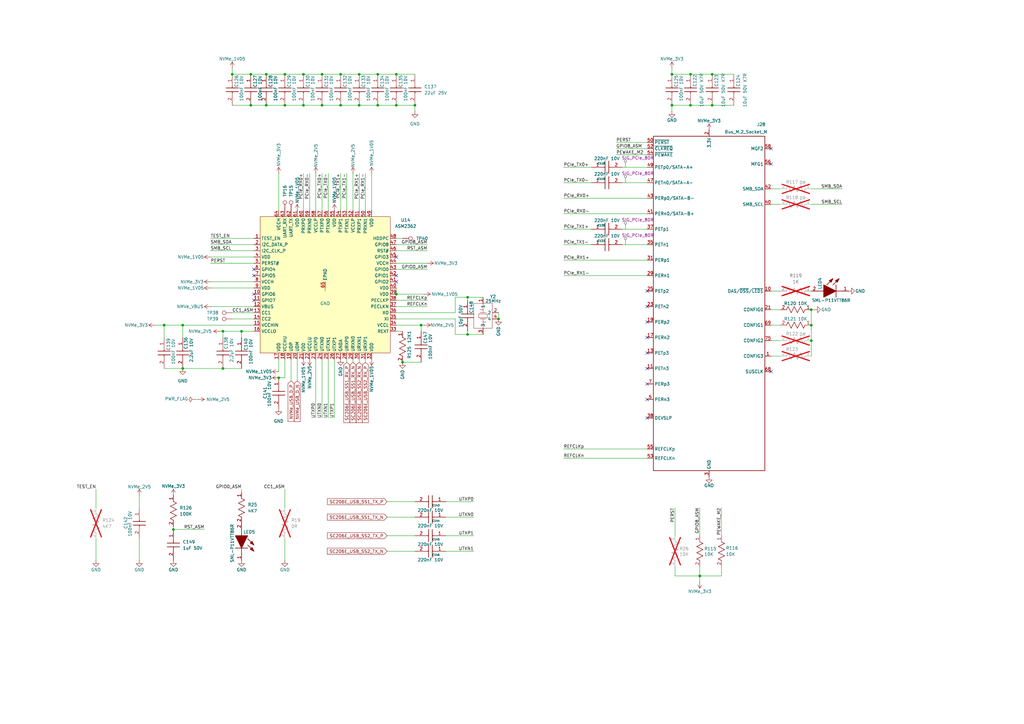
<source format=kicad_sch>
(kicad_sch (version 20250114) (generator "eeschema") (generator_version "9.0")
  (paper "A3")
  (title_block (title "NVMe SSD") (date "2025-10-21") (rev "1.0") (company "Author: Mehmet Cihangir") (comment 1 "CamTracker"))
  (junction (at 162.56 120.65))
  (junction (at 162.56 43.18))
  (junction (at 109.22 43.18))
  (junction (at 283.21 30.48))
  (junction (at 74.93 151.13))
  (junction (at 275.59 43.18))
  (junction (at 109.22 30.48))
  (junction (at 191.77 121.92))
  (junction (at 147.32 30.48))
  (junction (at 67.31 133.35))
  (junction (at 165.1 148.59))
  (junction (at 139.7 30.48))
  (junction (at 114.3 154.94))
  (junction (at 102.87 30.48))
  (junction (at 332.74 133.35))
  (junction (at 124.46 30.48))
  (junction (at 292.1 43.18))
  (junction (at 132.08 43.18))
  (junction (at 132.08 30.48))
  (junction (at 283.21 43.18))
  (junction (at 204.47 130.81))
  (junction (at 74.93 133.35))
  (junction (at 154.94 43.18))
  (junction (at 332.74 139.7))
  (junction (at 95.25 30.48))
  (junction (at 91.44 135.89))
  (junction (at 147.32 43.18))
  (junction (at 332.74 127))
  (junction (at 154.94 30.48))
  (junction (at 102.87 43.18))
  (junction (at 116.84 43.18))
  (junction (at 139.7 43.18))
  (junction (at 71.12 217.17))
  (junction (at 124.46 43.18))
  (junction (at 191.77 137.16))
  (junction (at 170.18 43.18))
  (junction (at 99.06 135.89))
  (junction (at 292.1 30.48))
  (junction (at 287.02 236.22))
  (junction (at 275.59 30.48))
  (junction (at 162.56 30.48))
  (junction (at 172.72 133.35))
  (junction (at 116.84 30.48))
  (junction (at 91.44 151.13))
  (no_connect (at 162.56 115.57))
  (no_connect (at 104.14 113.03))
  (no_connect (at 316.23 152.4))
  (no_connect (at 162.56 105.41))
  (no_connect (at 265.43 171.45))
  (no_connect (at 265.43 151.13))
  (no_connect (at 316.23 67.31))
  (no_connect (at 104.14 120.65))
  (no_connect (at 265.43 138.43))
  (no_connect (at 265.43 125.73))
  (no_connect (at 162.56 113.03))
  (no_connect (at 265.43 163.83))
  (no_connect (at 104.14 123.19))
  (no_connect (at 265.43 144.78))
  (no_connect (at 104.14 110.49))
  (no_connect (at 265.43 132.08))
  (no_connect (at 265.43 119.38))
  (no_connect (at 316.23 60.96))
  (no_connect (at 265.43 157.48))
  (wire (pts (xy 86.36 102.87) (xy 104.14 102.87)))
  (wire (pts (xy 132.08 43.18) (xy 139.7 43.18)))
  (wire (pts (xy 114.3 152.4) (xy 114.3 147.32)))
  (wire (pts (xy 67.31 138.43) (xy 67.31 133.35)))
  (wire (pts (xy 132.08 30.48) (xy 139.7 30.48)))
  (wire (pts (xy 121.92 147.32) (xy 121.92 156.21)))
  (wire (pts (xy 137.16 147.32) (xy 137.16 171.45)))
  (wire (pts (xy 172.72 133.35) (xy 172.72 135.89)))
  (wire (pts (xy 147.32 30.48) (xy 154.94 30.48)))
  (wire (pts (xy 147.32 43.18) (xy 154.94 43.18)))
  (wire (pts (xy 147.32 71.12) (xy 147.32 86.36)))
  (wire (pts (xy 198.12 137.16) (xy 191.77 137.16)))
  (wire (pts (xy 283.21 43.18) (xy 292.1 43.18)))
  (wire (pts (xy 231.14 74.93) (xy 242.57 74.93)))
  (wire (pts (xy 95.25 43.18) (xy 102.87 43.18)))
  (wire (pts (xy 152.4 71.12) (xy 152.4 86.36)))
  (wire (pts (xy 158.75 219.71) (xy 170.18 219.71)))
  (wire (pts (xy 139.7 30.48) (xy 147.32 30.48)))
  (wire (pts (xy 162.56 30.48) (xy 170.18 30.48)))
  (wire (pts (xy 86.36 125.73) (xy 104.14 125.73)))
  (wire (pts (xy 71.12 215.9) (xy 71.12 217.17)))
  (wire (pts (xy 63.5 133.35) (xy 67.31 133.35)))
  (wire (pts (xy 142.24 148.59) (xy 142.24 147.32)))
  (wire (pts (xy 194.31 205.74) (xy 182.88 205.74)))
  (wire (pts (xy 86.36 100.33) (xy 104.14 100.33)))
  (wire (pts (xy 231.14 68.58) (xy 242.57 68.58)))
  (wire (pts (xy 162.56 125.73) (xy 175.26 125.73)))
  (wire (pts (xy 154.94 43.18) (xy 162.56 43.18)))
  (wire (pts (xy 204.47 128.27) (xy 204.47 130.81)))
  (wire (pts (xy 191.77 135.89) (xy 191.77 137.16)))
  (wire (pts (xy 186.69 128.27) (xy 186.69 121.92)))
  (wire (pts (xy 276.86 232.41) (xy 276.86 236.22)))
  (wire (pts (xy 99.06 200.66) (xy 99.06 201.93)))
  (wire (pts (xy 124.46 30.48) (xy 132.08 30.48)))
  (wire (pts (xy 191.77 121.92) (xy 191.77 123.19)))
  (wire (pts (xy 132.08 147.32) (xy 132.08 171.45)))
  (wire (pts (xy 276.86 236.22) (xy 287.02 236.22)))
  (wire (pts (xy 102.87 30.48) (xy 109.22 30.48)))
  (wire (pts (xy 170.18 43.18) (xy 162.56 43.18)))
  (wire (pts (xy 91.44 151.13) (xy 99.06 151.13)))
  (wire (pts (xy 252.73 58.42) (xy 265.43 58.42)))
  (wire (pts (xy 276.86 208.28) (xy 276.86 219.71)))
  (wire (pts (xy 116.84 200.66) (xy 116.84 208.28)))
  (wire (pts (xy 283.21 30.48) (xy 292.1 30.48)))
  (wire (pts (xy 86.36 107.95) (xy 104.14 107.95)))
  (wire (pts (xy 91.44 135.89) (xy 91.44 138.43)))
  (wire (pts (xy 162.56 133.35) (xy 172.72 133.35)))
  (wire (pts (xy 67.31 133.35) (xy 74.93 133.35)))
  (wire (pts (xy 74.93 151.13) (xy 91.44 151.13)))
  (wire (pts (xy 191.77 137.16) (xy 186.69 137.16)))
  (wire (pts (xy 116.84 154.94) (xy 116.84 147.32)))
  (wire (pts (xy 134.62 147.32) (xy 134.62 171.45)))
  (wire (pts (xy 90.17 135.89) (xy 91.44 135.89)))
  (wire (pts (xy 109.22 43.18) (xy 116.84 43.18)))
  (wire (pts (xy 95.25 128.27) (xy 104.14 128.27)))
  (wire (pts (xy 149.86 71.12) (xy 149.86 86.36)))
  (wire (pts (xy 139.7 71.12) (xy 139.7 86.36)))
  (wire (pts (xy 149.86 148.59) (xy 149.86 147.32)))
  (wire (pts (xy 231.14 106.68) (xy 265.43 106.68)))
  (wire (pts (xy 99.06 135.89) (xy 104.14 135.89)))
  (wire (pts (xy 316.23 133.35) (xy 320.04 133.35)))
  (wire (pts (xy 95.25 30.48) (xy 102.87 30.48)))
  (wire (pts (xy 74.93 133.35) (xy 74.93 138.43)))
  (wire (pts (xy 316.23 127) (xy 320.04 127)))
  (wire (pts (xy 316.23 77.47) (xy 320.04 77.47)))
  (wire (pts (xy 292.1 30.48) (xy 300.99 30.48)))
  (wire (pts (xy 316.23 139.7) (xy 320.04 139.7)))
  (wire (pts (xy 186.69 137.16) (xy 186.69 130.81)))
  (wire (pts (xy 57.15 203.2) (xy 57.15 208.28)))
  (wire (pts (xy 119.38 147.32) (xy 119.38 156.21)))
  (wire (pts (xy 295.91 236.22) (xy 287.02 236.22)))
  (wire (pts (xy 86.36 115.57) (xy 104.14 115.57)))
  (wire (pts (xy 86.36 97.79) (xy 104.14 97.79)))
  (wire (pts (xy 109.22 30.48) (xy 116.84 30.48)))
  (wire (pts (xy 158.75 226.06) (xy 170.18 226.06)))
  (wire (pts (xy 116.84 229.87) (xy 116.84 220.98)))
  (wire (pts (xy 287.02 238.76) (xy 287.02 236.22)))
  (wire (pts (xy 144.78 148.59) (xy 144.78 147.32)))
  (wire (pts (xy 86.36 118.11) (xy 104.14 118.11)))
  (wire (pts (xy 231.14 184.15) (xy 265.43 184.15)))
  (wire (pts (xy 158.75 212.09) (xy 170.18 212.09)))
  (wire (pts (xy 114.3 154.94) (xy 116.84 154.94)))
  (wire (pts (xy 332.74 83.82) (xy 345.44 83.82)))
  (wire (pts (xy 231.14 100.33) (xy 242.57 100.33)))
  (wire (pts (xy 144.78 71.12) (xy 144.78 86.36)))
  (wire (pts (xy 194.31 226.06) (xy 182.88 226.06)))
  (wire (pts (xy 252.73 60.96) (xy 265.43 60.96)))
  (wire (pts (xy 332.74 127) (xy 334.01 127)))
  (wire (pts (xy 316.23 83.82) (xy 320.04 83.82)))
  (wire (pts (xy 39.37 229.87) (xy 39.37 220.98)))
  (wire (pts (xy 95.25 130.81) (xy 104.14 130.81)))
  (wire (pts (xy 99.06 135.89) (xy 99.06 138.43)))
  (wire (pts (xy 162.56 107.95) (xy 175.26 107.95)))
  (wire (pts (xy 165.1 97.79) (xy 162.56 97.79)))
  (wire (pts (xy 165.1 148.59) (xy 172.72 148.59)))
  (wire (pts (xy 71.12 217.17) (xy 83.82 217.17)))
  (wire (pts (xy 332.74 139.7) (xy 332.74 146.05)))
  (wire (pts (xy 231.14 113.03) (xy 265.43 113.03)))
  (wire (pts (xy 295.91 208.28) (xy 295.91 219.71)))
  (wire (pts (xy 255.27 74.93) (xy 265.43 74.93)))
  (wire (pts (xy 142.24 71.12) (xy 142.24 86.36)))
  (wire (pts (xy 57.15 229.87) (xy 57.15 220.98)))
  (wire (pts (xy 132.08 71.12) (xy 132.08 86.36)))
  (wire (pts (xy 275.59 45.72) (xy 275.59 43.18)))
  (wire (pts (xy 255.27 93.98) (xy 265.43 93.98)))
  (wire (pts (xy 162.56 110.49) (xy 175.26 110.49)))
  (wire (pts (xy 102.87 43.18) (xy 109.22 43.18)))
  (wire (pts (xy 124.46 43.18) (xy 132.08 43.18)))
  (wire (pts (xy 194.31 219.71) (xy 182.88 219.71)))
  (wire (pts (xy 129.54 147.32) (xy 129.54 171.45)))
  (wire (pts (xy 332.74 77.47) (xy 345.44 77.47)))
  (wire (pts (xy 252.73 63.5) (xy 265.43 63.5)))
  (wire (pts (xy 124.46 71.12) (xy 124.46 86.36)))
  (wire (pts (xy 275.59 43.18) (xy 283.21 43.18)))
  (wire (pts (xy 231.14 81.28) (xy 265.43 81.28)))
  (wire (pts (xy 287.02 208.28) (xy 287.02 219.71)))
  (wire (pts (xy 255.27 68.58) (xy 265.43 68.58)))
  (wire (pts (xy 116.84 43.18) (xy 124.46 43.18)))
  (wire (pts (xy 74.93 133.35) (xy 104.14 133.35)))
  (wire (pts (xy 116.84 30.48) (xy 124.46 30.48)))
  (wire (pts (xy 231.14 187.96) (xy 265.43 187.96)))
  (wire (pts (xy 295.91 232.41) (xy 295.91 236.22)))
  (wire (pts (xy 231.14 93.98) (xy 242.57 93.98)))
  (wire (pts (xy 275.59 30.48) (xy 275.59 27.94)))
  (wire (pts (xy 162.56 135.89) (xy 165.1 135.89)))
  (wire (pts (xy 147.32 148.59) (xy 147.32 147.32)))
  (wire (pts (xy 194.31 212.09) (xy 182.88 212.09)))
  (wire (pts (xy 129.54 71.12) (xy 129.54 86.36)))
  (wire (pts (xy 292.1 43.18) (xy 300.99 43.18)))
  (wire (pts (xy 231.14 87.63) (xy 265.43 87.63)))
  (wire (pts (xy 186.69 121.92) (xy 191.77 121.92)))
  (wire (pts (xy 154.94 30.48) (xy 162.56 30.48)))
  (wire (pts (xy 162.56 120.65) (xy 173.99 120.65)))
  (wire (pts (xy 316.23 146.05) (xy 320.04 146.05)))
  (wire (pts (xy 133.35 119.38) (xy 133.35 118.11)))
  (wire (pts (xy 255.27 100.33) (xy 265.43 100.33)))
  (wire (pts (xy 114.3 71.12) (xy 114.3 86.36)))
  (wire (pts (xy 162.56 102.87) (xy 175.26 102.87)))
  (wire (pts (xy 86.36 105.41) (xy 104.14 105.41)))
  (wire (pts (xy 139.7 43.18) (xy 147.32 43.18)))
  (wire (pts (xy 127 71.12) (xy 127 86.36)))
  (wire (pts (xy 332.74 127) (xy 332.74 133.35)))
  (wire (pts (xy 95.25 27.94) (xy 95.25 30.48)))
  (wire (pts (xy 81.28 163.83) (xy 80.01 163.83)))
  (wire (pts (xy 162.56 128.27) (xy 186.69 128.27)))
  (wire (pts (xy 134.62 71.12) (xy 134.62 86.36)))
  (wire (pts (xy 170.18 45.72) (xy 170.18 43.18)))
  (wire (pts (xy 332.74 133.35) (xy 332.74 139.7)))
  (wire (pts (xy 158.75 205.74) (xy 170.18 205.74)))
  (wire (pts (xy 67.31 151.13) (xy 74.93 151.13)))
  (wire (pts (xy 172.72 133.35) (xy 173.99 133.35)))
  (wire (pts (xy 39.37 200.66) (xy 39.37 208.28)))
  (wire (pts (xy 91.44 135.89) (xy 99.06 135.89)))
  (wire (pts (xy 191.77 121.92) (xy 198.12 121.92)))
  (wire (pts (xy 275.59 30.48) (xy 283.21 30.48)))
  (wire (pts (xy 186.69 130.81) (xy 162.56 130.81)))
  (wire (pts (xy 162.56 100.33) (xy 175.26 100.33)))
  (wire (pts (xy 162.56 118.11) (xy 162.56 120.65)))
  (wire (pts (xy 287.02 236.22) (xy 287.02 232.41)))
  (wire (pts (xy 316.23 119.38) (xy 320.04 119.38)))
  (wire (pts (xy 162.56 123.19) (xy 175.26 123.19)))
  (label "SMB_SCL" (at 345.44 83.82 180))
  (label "PCIe_TX1-" (at 142.24 71.12 270))
  (label "GPIO0_ASM" (at 175.26 110.49 180))
  (label "PCIe_TX0-" (at 134.62 71.12 270))
  (label "PCIe_TX1-" (at 231.14 100.33 0))
  (label "TEST_EN" (at 39.37 200.66 180))
  (label "CC1_ASM" (at 95.25 128.27 0))
  (label "REFCLKn" (at 175.26 125.73 180))
  (label "PCIe_RX1-" (at 231.14 113.03 0))
  (label "GPIO8_ASM" (at 252.73 60.96 0))
  (label "RST_ASM" (at 83.82 217.17 180))
  (label "PCIe_TX0+" (at 132.08 71.12 270))
  (label "PERST" (at 276.86 208.28 270))
  (label "REFCLKp" (at 231.14 184.15 0))
  (label "PEWAKE_M2" (at 295.91 208.28 270))
  (label "SMB_SCL" (at 86.36 102.87 0))
  (label "REFCLKn" (at 231.14 187.96 0))
  (label "PCIe_RX0-" (at 127 71.12 270))
  (label "UTXN1" (at 194.31 226.06 180))
  (label "SMB_SDA" (at 345.44 77.47 180))
  (label "PCIe_TX0+" (at 231.14 68.58 0))
  (label "TEST_EN" (at 86.36 97.79 0))
  (label "UTXP1" (at 194.31 219.71 180))
  (label "PCIe_RX1+" (at 147.32 71.12 270))
  (label "PCIe_TX1+" (at 139.7 71.12 270))
  (label "PCIe_TX1+" (at 231.14 93.98 0))
  (label "UTXN0" (at 194.31 212.09 180))
  (label "PEWAKE_M2" (at 252.73 63.5 0))
  (label "UTXP0" (at 194.31 205.74 180))
  (label "UTXN1" (at 134.62 171.45 90))
  (label "UTXP0" (at 129.54 171.45 90))
  (label "PCIe_RX0-" (at 231.14 87.63 0))
  (label "PCIe_RX0+" (at 231.14 81.28 0))
  (label "RST_ASM" (at 175.26 102.87 180))
  (label "UTXP1" (at 137.16 171.45 90))
  (label "PCIe_RX1+" (at 231.14 106.68 0))
  (label "PCIe_RX0+" (at 124.46 71.12 270))
  (label "PERST" (at 252.73 58.42 0))
  (label "CC1_ASM" (at 116.84 200.66 180))
  (label "PCIe_TX0-" (at 231.14 74.93 0))
  (label "GPIO8_ASM" (at 175.26 100.33 180))
  (label "GPIO8_ASM" (at 287.02 208.28 270))
  (label "UTXN0" (at 132.08 171.45 90))
  (label "PERST" (at 86.36 107.95 0))
  (label "GPIO0_ASM" (at 99.06 200.66 180))
  (label "SMB_SDA" (at 86.36 100.33 0))
  (label "PCIe_RX1-" (at 149.86 71.12 270))
  (label "REFCLKp" (at 175.26 123.19 180))
  (global_label "SC206E_USB_SS1_TX_N" (shape input) (at 158.75 212.09 180) (property "Intersheetrefs" "${INTERSHEET_REFS}" (effects (hide yes))))
  (global_label "NVMe_USB_D_N" (shape input) (at 121.92 156.21 270) (property "Intersheetrefs" "${INTERSHEET_REFS}" (effects (hide yes))))
  (global_label "SC206E_USB_SS1_RX_P" (shape input) (at 142.24 148.59 270) (property "Intersheetrefs" "${INTERSHEET_REFS}" (effects (hide yes))))
  (global_label "SC206E_USB_SS2_RX_N" (shape input) (at 147.32 148.59 270) (property "Intersheetrefs" "${INTERSHEET_REFS}" (effects (hide yes))))
  (global_label "SC206E_USB_SS1_RX_N" (shape input) (at 144.78 148.59 270) (property "Intersheetrefs" "${INTERSHEET_REFS}" (effects (hide yes))))
  (global_label "NVMe_USB_D_P" (shape input) (at 119.38 156.21 270) (property "Intersheetrefs" "${INTERSHEET_REFS}" (effects (hide yes))))
  (global_label "SC206E_USB_SS1_TX_P" (shape input) (at 158.75 205.74 180) (property "Intersheetrefs" "${INTERSHEET_REFS}" (effects (hide yes))))
  (global_label "SC206E_USB_SS2_TX_N" (shape input) (at 158.75 226.06 180) (property "Intersheetrefs" "${INTERSHEET_REFS}" (effects (hide yes))))
  (global_label "SC206E_USB_SS2_TX_P" (shape input) (at 158.75 219.71 180) (property "Intersheetrefs" "${INTERSHEET_REFS}" (effects (hide yes))))
  (global_label "SC206E_USB_SS2_RX_P" (shape input) (at 149.86 148.59 270) (property "Intersheetrefs" "${INTERSHEET_REFS}" (effects (hide yes))))
  (netclass_flag "" (length 2.54) (shape round) (at 256.54 93.98 0) (property "Netclass" "SIG_PCIe_80R" (at 255.016 90.17 0) (effects (justify left))))
  (netclass_flag "" (length 2.54) (shape round) (at 256.54 100.33 0) (property "Netclass" "SIG_PCIe_80R" (at 255.016 96.52 0) (effects (justify left))))
  (netclass_flag "" (length 2.54) (shape round) (at 256.54 74.93 0) (property "Netclass" "SIG_PCIe_80R" (at 255.016 71.12 0) (effects (justify left))))
  (netclass_flag "" (length 2.54) (shape round) (at 256.54 68.58 0) (property "Netclass" "SIG_PCIe_80R" (at 255.016 64.77 0) (effects (justify left))))
  (symbol (lib_id "power:PWR_FLAG") (at 80.01 163.83 90) (unit 1)
    (property "Reference" "#FLG05" (effects (hide yes)))
    (property "Value" "PWR_FLAG" (at 72.39 163.576 90))
    (property "Description" "Special symbol for telling ERC where power comes from" (effects (hide yes)))
  )
  (symbol (lib_id "power:VDD") (at 129.54 71.12 0) (unit 1)
    (property "Reference" "#PWR0228" (effects (hide yes)))
    (property "Value" "NVMe_2V5" (at 129.54 63.754 90))
    (property "Description" "Power symbol creates a global label with name \"VDD\"" (effects (hide yes)))
  )
  (symbol (lib_id "000MCLib:RC0402JR-0710KL") (at 326.39 127 0) (unit 1)
    (property "Reference" "R120" (at 324.104 124.46 0))
    (property "Value" "10K" (at 329.184 124.46 0))
    (property "Footprint" "000MCLib:RC0402N_YAG" (effects (hide yes)))
    (property "Description" "Resistor 10K 1/16W CH0402" (effects (hide yes)))
    (property "Manufacturer" "YAGEO" (effects (hide yes)))
    (property "Part Number" "RC0402JR-0710KL" (effects (hide yes)))
  )
  (symbol (lib_id "power:VDD") (at 287.02 238.76 180) (unit 1)
    (property "Reference" "#PWR0195" (effects (hide yes)))
    (property "Value" "NVMe_3V3" (at 287.02 242.57 0))
    (property "Description" "Power symbol creates a global label with name \"VDD\"" (effects (hide yes)))
  )
  (symbol (lib_id "power:VDD") (at 124.46 147.32 180) (unit 1)
    (property "Reference" "#PWR0211" (effects (hide yes)))
    (property "Value" "NVMe_1V05" (at 124.46 155.702 90))
    (property "Description" "Power symbol creates a global label with name \"VDD\"" (effects (hide yes)))
  )
  (symbol (lib_id "000MCLib:GRM1555C1H100JA01D") (at 191.77 129.54 270) (unit 1)
    (property "Reference" "C148" (at 193.294 123.444 0) (effects (justify left)))
    (property "Value" "10pF 50V" (at 188.976 124.968 0) (effects (justify left)))
    (property "Footprint" "000MCLib:CAPC1005X55N" (effects (hide yes)))
    (property "Datasheet" "http://www.murata.com/~/media/webrenewal/support/library/catalog/products/capacitor/mlcc/c02e.pdf" (effects (hide yes)))
    (property "Description" "Capacitor 10pF, 50V, X5R, 0402" (effects (hide yes)))
    (property "Manufacturer" "Murata Electronics" (effects (hide yes)))
    (property "Part Number" "GRM1555C1H100JA01D" (effects (hide yes)))
  )
  (symbol (lib_id "power:VDD") (at 63.5 133.35 90) (unit 1)
    (property "Reference" "#PWR0206" (effects (hide yes)))
    (property "Value" "NVMe_3V3" (at 55.88 133.35 90))
    (property "Description" "Power symbol creates a global label with name \"VDD\"" (effects (hide yes)))
  )
  (symbol (lib_id "000MCLib:GRM155R61A224JE19D") (at 176.53 226.06 180) (unit 1)
    (property "Reference" "C146" (at 178.816 227.584 0) (effects (font (size 0.762 0.762))))
    (property "Value" "220nF 10V" (at 176.53 229.616 0))
    (property "Footprint" "000MCLib:CAPC1005X55N" (effects (hide yes)))
    (property "Datasheet" "http://www.murata.com/~/media/webrenewal/support/library/catalog/products/capacitor/mlcc/c02e.pdf" (effects (hide yes)))
    (property "Description" "Capacitor 220nF, 10V, X5R, 0402" (effects (hide yes)))
    (property "Manufacturer" "Murata Electronics" (effects (hide yes)))
    (property "Part Number" "GRM155R61A224JE19D" (effects (hide yes)))
  )
  (symbol (lib_id "power:GND") (at 74.93 151.13 0) (unit 1)
    (property "Reference" "#PWR0205" (effects (hide yes)))
    (property "Value" "GND" (at 74.93 156.21 0))
    (property "Description" "Power symbol creates a global label with name \"GND\" , ground" (effects (hide yes)))
  )
  (symbol (lib_id "power:VDD") (at 71.12 203.2 0) (unit 1)
    (property "Reference" "#PWR0222" (effects (hide yes)))
    (property "Value" "NVMe_3V3" (at 71.12 199.39 0))
    (property "Description" "Power symbol creates a global label with name \"VDD\"" (effects (hide yes)))
  )
  (symbol (lib_id "power:VDD") (at 95.25 27.94 0) (unit 1)
    (property "Reference" "#PWR0192" (effects (hide yes)))
    (property "Value" "NVMe_1V05" (at 95.25 24.13 0))
    (property "Description" "Power symbol creates a global label with name \"VDD\"" (effects (hide yes)))
  )
  (symbol (lib_id "000MCLib:GRM155R71A104KA01D") (at 275.59 36.83 270) (unit 1)
    (property "Reference" "C125" (at 277.368 30.734 0) (effects (justify left)))
    (property "Value" "100nF 10V" (at 279.4 30.988 0) (effects (justify left)))
    (property "Footprint" "000MCLib:CAPC1005X55N" (effects (hide yes)))
    (property "Datasheet" "http://www.murata.com/~/media/webrenewal/support/library/catalog/products/capacitor/mlcc/c02e.pdf" (effects (hide yes)))
    (property "Description" "Capacitor 100nF, 10V, X7R, 0402" (effects (hide yes)))
    (property "Manufacturer" "Murata Electronics" (effects (hide yes)))
    (property "Part Number" "GRM155R71A104KA01D" (effects (hide yes)))
  )
  (symbol (lib_id "000MCLib:GRM155R71A104KA01D") (at 154.94 36.83 270) (unit 1)
    (property "Reference" "C134" (at 156.718 30.734 0) (effects (justify left)))
    (property "Value" "100nF 10V" (at 158.75 30.988 0) (effects (justify left)))
    (property "Footprint" "000MCLib:CAPC1005X55N" (effects (hide yes)))
    (property "Datasheet" "http://www.murata.com/~/media/webrenewal/support/library/catalog/products/capacitor/mlcc/c02e.pdf" (effects (hide yes)))
    (property "Description" "Capacitor 100nF, 10V, X7R, 0402" (effects (hide yes)))
    (property "Manufacturer" "Murata Electronics" (effects (hide yes)))
    (property "Part Number" "GRM155R71A104KA01D" (effects (hide yes)))
  )
  (symbol (lib_id "000MCLib:GRM155R71A104KA01D") (at 67.31 144.78 270) (unit 1)
    (property "Reference" "C139" (at 69.088 138.684 0) (effects (justify left)))
    (property "Value" "100nF 10V" (at 71.12 138.938 0) (effects (justify left)))
    (property "Footprint" "000MCLib:CAPC1005X55N" (effects (hide yes)))
    (property "Datasheet" "http://www.murata.com/~/media/webrenewal/support/library/catalog/products/capacitor/mlcc/c02e.pdf" (effects (hide yes)))
    (property "Description" "Capacitor 100nF, 10V, X7R, 0402" (effects (hide yes)))
    (property "Manufacturer" "Murata Electronics" (effects (hide yes)))
    (property "Part Number" "GRM155R71A104KA01D" (effects (hide yes)))
  )
  (symbol (lib_id "power:VDD") (at 90.17 135.89 90) (unit 1)
    (property "Reference" "#PWR0207" (effects (hide yes)))
    (property "Value" "NVMe_2V5" (at 82.042 135.89 90))
    (property "Description" "Power symbol creates a global label with name \"VDD\"" (effects (hide yes)))
  )
  (symbol (lib_id "000MCLib:Bus_M.2_Socket_M") (at 290.83 101.6 0) (unit 1)
    (property "Reference" "J28" (at 310.388 51.054 0) (effects (justify left)))
    (property "Value" "Bus_M.2_Socket_M" (at 297.18 54.102 0) (effects (justify left)))
    (property "Footprint" "000MCLib:121992304" (effects (hide yes)))
    (property "Datasheet" "http://read.pudn.com/downloads794/doc/project/3133918/PCIe_M.2_Electromechanical_Spec_Rev1.0_Final_11012013_RS_Clean.pdf#page=155" (effects (hide yes)))
    (property "Description" "Connector M.2 NGFF Connectors, Height 4.2 mm [.165 in], Keying Code M, Gold, Board-to-Board, 67 Position, .02 in [.5 mm] Centerline" (effects (hide yes)))
    (property "Manufacturer" "TE Connectivity" (effects (hide yes)))
    (property "Part Number" "1-2199230-4" (effects (hide yes)))
  )
  (symbol (lib_id "power:GND") (at 165.1 148.59 0) (unit 1)
    (property "Reference" "#PWR0217" (effects (hide yes)))
    (property "Value" "GND" (at 165.1 153.67 90))
    (property "Description" "Power symbol creates a global label with name \"GND\" , ground" (effects (hide yes)))
  )
  (symbol (lib_id "000MCLib:LMK107BJ225KA-T") (at 91.44 144.78 270) (unit 1)
    (property "Reference" "C138" (at 92.71 138.176 0) (effects (justify left)))
    (property "Value" "2.2uF 10V" (at 94.996 138.684 0) (effects (justify left)))
    (property "Footprint" "000MCLib:CAPC1608X90N" (effects (hide yes)))
    (property "Description" "Capacitor 2.2uF 10V X5R MLCC +/-10% 0603" (effects (hide yes)))
    (property "Manufacturer" "TAIYO YUDEN" (effects (hide yes)))
    (property "Part Number" "LMK107BJ225KA-T" (effects (hide yes)))
  )
  (symbol (lib_id "000MCLib:CL31B106KBK6PJE") (at 283.21 30.48 270) (unit 1)
    (property "Reference" "C122" (at 284.988 30.48 0) (effects (justify left)))
    (property "Value" "10uF 50V X7R" (at 287.782 29.972 0) (effects (justify left)))
    (property "Footprint" "000MCLib:CAPC3216X190N" (effects (hide yes)))
    (property "Datasheet" "https://product.samsungsem.com/mlcc/CL31B106KBK6PJ.do" (effects (hide yes)))
    (property "Description" "Capacitor 10uF 50V X7R MLCC 1206/3216" (effects (hide yes)))
    (property "Manufacturer" "SAMSUNG" (effects (hide yes)))
    (property "Part Number" "CL31B106KBK6PJE" (effects (hide yes)))
  )
  (symbol (lib_id "000MCLib:RC0402JR-070RL") (at 326.39 146.05 0) (unit 1) (in_bom no) (dnp yes)
    (property "Reference" "R123" (at 324.866 143.256 0))
    (property "Value" "0R" (effects (hide yes)))
    (property "Footprint" "000MCLib:RC0402N_YAG" (effects (hide yes)))
    (property "Description" "Resistor 0R 1/16W CH0402" (effects (hide yes)))
    (property "Manufacturer" "YAGEO" (effects (hide yes)))
    (property "Part Number" "RC0402JR-070RL" (effects (hide yes)))
  )
  (symbol (lib_id "power:GND") (at 133.35 119.38 0) (unit 1)
    (property "Reference" "#PWR0176" (effects (hide yes)))
    (property "Value" "GND" (at 133.35 124.46 0))
    (property "Description" "Power symbol creates a global label with name \"GND\" , ground" (effects (hide yes)))
  )
  (symbol (lib_id "power:GND") (at 57.15 229.87 0) (unit 1)
    (property "Reference" "#PWR0216" (effects (hide yes)))
    (property "Value" "GND" (at 57.15 233.68 0))
    (property "Description" "Power symbol creates a global label with name \"GND\" , ground" (effects (hide yes)))
  )
  (symbol (lib_id "000MCLib:GRM155R71A104KA01D") (at 147.32 36.83 270) (unit 1)
    (property "Reference" "C133" (at 149.098 30.734 0) (effects (justify left)))
    (property "Value" "100nF 10V" (at 151.13 30.988 0) (effects (justify left)))
    (property "Footprint" "000MCLib:CAPC1005X55N" (effects (hide yes)))
    (property "Datasheet" "http://www.murata.com/~/media/webrenewal/support/library/catalog/products/capacitor/mlcc/c02e.pdf" (effects (hide yes)))
    (property "Description" "Capacitor 100nF, 10V, X7R, 0402" (effects (hide yes)))
    (property "Manufacturer" "Murata Electronics" (effects (hide yes)))
    (property "Part Number" "GRM155R71A104KA01D" (effects (hide yes)))
  )
  (symbol (lib_id "power:VDD") (at 86.36 118.11 90) (unit 1)
    (property "Reference" "#PWR0202" (effects (hide yes)))
    (property "Value" "NVMe_1V05" (at 78.232 118.11 90))
    (property "Description" "Power symbol creates a global label with name \"VDD\"" (effects (hide yes)))
  )
  (symbol (lib_id "000MCLib:TestPoint") (at 165.1 97.79 270) (unit 1)
    (property "Reference" "TP40" (at 170.688 97.79 90) (effects (justify left)))
    (property "Value" "3.86V" (effects (hide yes)))
    (property "Footprint" "TestPoint:TestPoint_Pad_D1.0mm" (effects (hide yes)))
    (property "Description" "test point" (effects (hide yes)))
  )
  (symbol (lib_id "power:VDD") (at 137.16 86.36 0) (unit 1)
    (property "Reference" "#PWR0225" (effects (hide yes)))
    (property "Value" "NVMe_1V05" (at 137.16 77.978 90))
    (property "Description" "Power symbol creates a global label with name \"VDD\"" (effects (hide yes)))
  )
  (symbol (lib_id "000MCLib:GRM155R71A104KA01D") (at 109.22 36.83 270) (unit 1)
    (property "Reference" "C128" (at 110.998 30.734 0) (effects (justify left)))
    (property "Value" "100nF 10V" (at 113.03 30.988 0) (effects (justify left)))
    (property "Footprint" "000MCLib:CAPC1005X55N" (effects (hide yes)))
    (property "Datasheet" "http://www.murata.com/~/media/webrenewal/support/library/catalog/products/capacitor/mlcc/c02e.pdf" (effects (hide yes)))
    (property "Description" "Capacitor 100nF, 10V, X7R, 0402" (effects (hide yes)))
    (property "Manufacturer" "Murata Electronics" (effects (hide yes)))
    (property "Part Number" "GRM155R71A104KA01D" (effects (hide yes)))
  )
  (symbol (lib_id "000MCLib:GRM21BR61E226ME44L") (at 170.18 30.48 270) (unit 1)
    (property "Reference" "C137" (at 173.99 35.5599 90) (effects (justify left)))
    (property "Value" "22uF 25V" (at 173.99 38.0999 90) (effects (justify left)))
    (property "Footprint" "000MCLib:CAPC2012X145N" (effects (hide yes)))
    (property "Datasheet" "https://search.murata.co.jp/Ceramy/image/img/A01X/G101/ENG/GRM21BR61E226ME44-01A.pdf" (effects (hide yes)))
    (property "Description" "Capacitor 22uF, 25V, Ceramic, 0805 , +85C, X5R Dielectric, +/-20% SMD" (effects (hide yes)))
    (property "Manufacturer" "Murata Electronics" (effects (hide yes)))
    (property "Part Number" "GRM21BR61E226ME44L" (effects (hide yes)))
  )
  (symbol (lib_id "000MCLib:SML-P11VTT86R") (at 340.36 119.38 0) (mirror y) (unit 1)
    (property "Reference" "LED4" (at 336.296 113.792 90) (effects (justify right)))
    (property "Value" "SML-P11VTT86R" (at 332.994 123.19 0) (effects (justify right)))
    (property "Footprint" "000MCLib:SMLP11VTT86R" (effects (hide yes)))
    (property "Datasheet" "https://fscdn.rohm.com/en/products/databook/datasheet/opto/led/chip_mono/sml-p11vtt86(r)-e.pdf" (effects (hide yes)))
    (property "Description" "LED RED SMD Vf=1.8V If=1mA 0402" (effects (hide yes)))
    (property "Part Number" "SML-P11VTT86R" (effects (hide yes)))
    (property "Manufacturer" "ROHM Semiconductor" (effects (hide yes)))
  )
  (symbol (lib_id "power:VDD") (at 114.3 152.4 90) (unit 1)
    (property "Reference" "#PWR0208" (effects (hide yes)))
    (property "Value" "NVMe_1V05" (at 106.172 152.4 90))
    (property "Description" "Power symbol creates a global label with name \"VDD\"" (effects (hide yes)))
  )
  (symbol (lib_id "000MCLib:RC0402JR-071KL") (at 326.39 119.38 0) (unit 1) (in_bom no) (dnp yes)
    (property "Reference" "R119" (at 326.39 113.03 0))
    (property "Value" "1K" (at 326.39 115.57 0))
    (property "Footprint" "000MCLib:RC0402N_YAG" (effects (hide yes)))
    (property "Description" "Resistor 1K 1/16W CH0402" (effects (hide yes)))
    (property "Manufacturer" "YAGEO" (effects (hide yes)))
    (property "Part Number" "RC0402JR-071KL" (effects (hide yes)))
  )
  (symbol (lib_id "power:VDD") (at 86.36 105.41 90) (unit 1)
    (property "Reference" "#PWR0201" (effects (hide yes)))
    (property "Value" "NVMe_1V05" (at 78.232 105.41 90))
    (property "Description" "Power symbol creates a global label with name \"VDD\"" (effects (hide yes)))
  )
  (symbol (lib_id "000MCLib:RT1206FRE0712K1L") (at 165.1 142.24 90) (unit 1)
    (property "Reference" "R125" (at 167.894 141.986 0) (effects (justify right)))
    (property "Value" "12K1" (at 167.894 135.636 0) (effects (justify right)))
    (property "Footprint" "000MCLib:RC0402N_YAG" (effects (hide yes)))
    (property "Description" "Resistor 12K1 1/16W CH0402" (effects (hide yes)))
    (property "Manufacturer" "YAGEO" (effects (hide yes)))
    (property "Part Number" "RT1206FRE0712K1L" (effects (hide yes)))
  )
  (symbol (lib_id "power:GND") (at 114.3 167.64 0) (unit 1)
    (property "Reference" "#PWR0210" (effects (hide yes)))
    (property "Value" "GND" (at 114.3 172.72 0))
    (property "Description" "Power symbol creates a global label with name \"GND\" , ground" (effects (hide yes)))
  )
  (symbol (lib_id "000MCLib:RC0402JR-074K7L") (at 99.06 208.28 90) (unit 1)
    (property "Reference" "R25" (at 101.6 207.0099 90) (effects (justify right)))
    (property "Value" "4K7" (at 101.6 209.5499 90) (effects (justify right)))
    (property "Footprint" "000MCLib:RC0402N_YAG" (effects (hide yes)))
    (property "Description" "Resistor 4K7 1/16W CH0402" (effects (hide yes)))
    (property "Manufacturer" "YAGEO" (effects (hide yes)))
    (property "Part Number" "RC0402JR-074K7L" (effects (hide yes)))
  )
  (symbol (lib_id "000MCLib:GRM155R61A224JE19D") (at 248.92 68.58 0) (unit 1)
    (property "Reference" "C118" (at 246.634 67.056 0) (effects (font (size 0.762 0.762))))
    (property "Value" "220nF 10V" (at 248.92 65.024 0))
    (property "Footprint" "000MCLib:CAPC1005X55N" (effects (hide yes)))
    (property "Datasheet" "http://www.murata.com/~/media/webrenewal/support/library/catalog/products/capacitor/mlcc/c02e.pdf" (effects (hide yes)))
    (property "Description" "Capacitor 220nF, 10V, X5R, 0402" (effects (hide yes)))
    (property "Manufacturer" "Murata Electronics" (effects (hide yes)))
    (property "Part Number" "GRM155R61A224JE19D" (effects (hide yes)))
  )
  (symbol (lib_id "000MCLib:CL31B106KBK6PJE") (at 300.99 30.48 270) (unit 1)
    (property "Reference" "C124" (at 302.768 30.48 0) (effects (justify left)))
    (property "Value" "10uF 50V X7R" (at 305.562 29.972 0) (effects (justify left)))
    (property "Footprint" "000MCLib:CAPC3216X190N" (effects (hide yes)))
    (property "Datasheet" "https://product.samsungsem.com/mlcc/CL31B106KBK6PJ.do" (effects (hide yes)))
    (property "Description" "Capacitor 10uF 50V X7R MLCC 1206/3216" (effects (hide yes)))
    (property "Manufacturer" "SAMSUNG" (effects (hide yes)))
    (property "Part Number" "CL31B106KBK6PJE" (effects (hide yes)))
  )
  (symbol (lib_id "power:GND") (at 116.84 229.87 0) (unit 1)
    (property "Reference" "#PWR053" (effects (hide yes)))
    (property "Value" "GND" (at 116.84 233.68 0))
    (property "Description" "Power symbol creates a global label with name \"GND\" , ground" (effects (hide yes)))
  )
  (symbol (lib_id "power:VDD") (at 86.36 115.57 90) (unit 1)
    (property "Reference" "#PWR0203" (effects (hide yes)))
    (property "Value" "NVMe_3V3" (at 78.74 115.57 90))
    (property "Description" "Power symbol creates a global label with name \"VDD\"" (effects (hide yes)))
  )
  (symbol (lib_id "power:VDD") (at 152.4 71.12 0) (unit 1)
    (property "Reference" "#PWR0224" (effects (hide yes)))
    (property "Value" "NVMe_1V05" (at 152.4 62.738 90))
    (property "Description" "Power symbol creates a global label with name \"VDD\"" (effects (hide yes)))
  )
  (symbol (lib_id "power:GND") (at 290.83 195.58 0) (unit 1)
    (property "Reference" "#PWR0193" (effects (hide yes)))
    (property "Value" "GND" (at 290.83 199.136 0))
    (property "Description" "Power symbol creates a global label with name \"GND\" , ground" (effects (hide yes)))
  )
  (symbol (lib_id "000MCLib:RC0402JR-070RL") (at 326.39 77.47 0) (unit 1) (in_bom no) (dnp yes)
    (property "Reference" "R117" (at 324.866 74.676 0))
    (property "Value" "0R" (at 329.184 74.93 0))
    (property "Footprint" "000MCLib:RC0402N_YAG" (effects (hide yes)))
    (property "Description" "Resistor 0R 1/16W CH0402" (effects (hide yes)))
    (property "Manufacturer" "YAGEO" (effects (hide yes)))
    (property "Part Number" "RC0402JR-070RL" (effects (hide yes)))
  )
  (symbol (lib_id "power:VDD") (at 144.78 71.12 0) (unit 1)
    (property "Reference" "#PWR0227" (effects (hide yes)))
    (property "Value" "NVMe_2V5" (at 144.78 63.754 90))
    (property "Description" "Power symbol creates a global label with name \"VDD\"" (effects (hide yes)))
  )
  (symbol (lib_id "000MCLib:RC0402JR-070RL") (at 326.39 83.82 0) (unit 1) (in_bom no) (dnp yes)
    (property "Reference" "R118" (at 324.866 81.026 0))
    (property "Value" "0R" (at 329.184 81.28 0))
    (property "Footprint" "000MCLib:RC0402N_YAG" (effects (hide yes)))
    (property "Description" "Resistor 0R 1/16W CH0402" (effects (hide yes)))
    (property "Manufacturer" "YAGEO" (effects (hide yes)))
    (property "Part Number" "RC0402JR-070RL" (effects (hide yes)))
  )
  (symbol (lib_id "000MCLib:GRM155R61A224JE19D") (at 176.53 212.09 180) (unit 1)
    (property "Reference" "C144" (at 178.816 213.614 0) (effects (font (size 0.762 0.762))))
    (property "Value" "220nF 10V" (at 176.53 215.646 0))
    (property "Footprint" "000MCLib:CAPC1005X55N" (effects (hide yes)))
    (property "Datasheet" "http://www.murata.com/~/media/webrenewal/support/library/catalog/products/capacitor/mlcc/c02e.pdf" (effects (hide yes)))
    (property "Description" "Capacitor 220nF, 10V, X5R, 0402" (effects (hide yes)))
    (property "Manufacturer" "Murata Electronics" (effects (hide yes)))
    (property "Part Number" "GRM155R61A224JE19D" (effects (hide yes)))
  )
  (symbol (lib_id "power:VDD") (at 290.83 53.34 0) (unit 1)
    (property "Reference" "#PWR0191" (effects (hide yes)))
    (property "Value" "NVMe_3V3" (at 290.83 49.53 0))
    (property "Description" "Power symbol creates a global label with name \"VDD\"" (effects (hide yes)))
  )
  (symbol (lib_id "000MCLib:GRM155R61A224JE19D") (at 248.92 74.93 0) (unit 1)
    (property "Reference" "C119" (at 246.634 73.406 0) (effects (font (size 0.762 0.762))))
    (property "Value" "220nF 10V" (at 248.92 71.374 0))
    (property "Footprint" "000MCLib:CAPC1005X55N" (effects (hide yes)))
    (property "Datasheet" "http://www.murata.com/~/media/webrenewal/support/library/catalog/products/capacitor/mlcc/c02e.pdf" (effects (hide yes)))
    (property "Description" "Capacitor 220nF, 10V, X5R, 0402" (effects (hide yes)))
    (property "Manufacturer" "Murata Electronics" (effects (hide yes)))
    (property "Part Number" "GRM155R61A224JE19D" (effects (hide yes)))
  )
  (symbol (lib_id "000MCLib:RC0402JR-07100KL") (at 71.12 209.55 90) (unit 1)
    (property "Reference" "R126" (at 73.66 208.2799 90) (effects (justify right)))
    (property "Value" "100K" (at 73.66 210.8199 90) (effects (justify right)))
    (property "Footprint" "000MCLib:RC0402N_YAG" (effects (hide yes)))
    (property "Description" "Resistor 100K 1/16W CH0402" (effects (hide yes)))
    (property "Manufacturer" "YAGEO" (effects (hide yes)))
    (property "Part Number" "RC0402JR-07100KL" (effects (hide yes)))
  )
  (symbol (lib_id "power:GND") (at 39.37 229.87 0) (unit 1)
    (property "Reference" "#PWR0200" (effects (hide yes)))
    (property "Value" "GND" (at 39.37 233.68 0))
    (property "Description" "Power symbol creates a global label with name \"GND\" , ground" (effects (hide yes)))
  )
  (symbol (lib_id "000MCLib:GRM155R71A104KA01D") (at 116.84 36.83 270) (unit 1)
    (property "Reference" "C129" (at 118.618 30.734 0) (effects (justify left)))
    (property "Value" "100nF 10V" (at 120.65 30.988 0) (effects (justify left)))
    (property "Footprint" "000MCLib:CAPC1005X55N" (effects (hide yes)))
    (property "Datasheet" "http://www.murata.com/~/media/webrenewal/support/library/catalog/products/capacitor/mlcc/c02e.pdf" (effects (hide yes)))
    (property "Description" "Capacitor 100nF, 10V, X7R, 0402" (effects (hide yes)))
    (property "Manufacturer" "Murata Electronics" (effects (hide yes)))
    (property "Part Number" "GRM155R71A104KA01D" (effects (hide yes)))
  )
  (symbol (lib_id "000MCLib:RC0402JR-074K7L") (at 39.37 214.63 90) (unit 1) (in_bom no) (dnp yes)
    (property "Reference" "R124" (at 41.91 213.3599 90) (effects (justify right)))
    (property "Value" "4K7" (at 41.91 215.8999 90) (effects (justify right)))
    (property "Footprint" "000MCLib:RC0402N_YAG" (effects (hide yes)))
    (property "Description" "Resistor 4K7 1/16W CH0402" (effects (hide yes)))
    (property "Manufacturer" "YAGEO" (effects (hide yes)))
    (property "Part Number" "RC0402JR-074K7L" (effects (hide yes)))
  )
  (symbol (lib_id "000MCLib:RC0402JR-0710KL") (at 276.86 226.06 90) (unit 1) (in_bom no) (dnp yes)
    (property "Reference" "R26" (at 278.638 225.044 90) (effects (justify right)))
    (property "Value" "10K" (at 278.638 227.33 90) (effects (justify right)))
    (property "Footprint" "000MCLib:RC0402N_YAG" (effects (hide yes)))
    (property "Description" "Resistor 10K 1/16W CH0402" (effects (hide yes)))
    (property "Manufacturer" "YAGEO" (effects (hide yes)))
    (property "Part Number" "RC0402JR-0710KL" (effects (hide yes)))
  )
  (symbol (lib_id "power:GND") (at 170.18 45.72 0) (unit 1)
    (property "Reference" "#PWR0204" (effects (hide yes)))
    (property "Value" "GND" (at 170.18 50.8 0))
    (property "Description" "Power symbol creates a global label with name \"GND\" , ground" (effects (hide yes)))
  )
  (symbol (lib_id "000MCLib:GRM155R61H105KE05D") (at 71.12 223.52 270) (unit 1)
    (property "Reference" "C149" (at 74.93 222.2499 90) (effects (justify left)))
    (property "Value" "1uF 50V" (at 74.93 224.7899 90) (effects (justify left)))
    (property "Footprint" "000MCLib:CAPC1005X55N" (effects (hide yes)))
    (property "Datasheet" "https://search.murata.co.jp/Ceramy/image/img/A01X/G101/ENG/GRM155R61H105KE05-01A.pdf" (effects (hide yes)))
    (property "Description" "Capacitor 1uF, 50V, X5R, 0402" (effects (hide yes)))
    (property "Manufacturer" "Murata Electronics" (effects (hide yes)))
    (property "Part Number" "GRM155R61H105KE05D" (effects (hide yes)))
  )
  (symbol (lib_id "power:VDD") (at 173.99 133.35 270) (unit 1)
    (property "Reference" "#PWR0218" (effects (hide yes)))
    (property "Value" "NVMe_2V5" (at 181.356 133.35 90))
    (property "Description" "Power symbol creates a global label with name \"VDD\"" (effects (hide yes)))
  )
  (symbol (lib_id "000MCLib:RC0402JR-0710KL") (at 287.02 226.06 90) (unit 1)
    (property "Reference" "R115" (at 288.798 225.044 90) (effects (justify right)))
    (property "Value" "10K" (at 288.798 227.33 90) (effects (justify right)))
    (property "Footprint" "000MCLib:RC0402N_YAG" (effects (hide yes)))
    (property "Description" "Resistor 10K 1/16W CH0402" (effects (hide yes)))
    (property "Manufacturer" "YAGEO" (effects (hide yes)))
    (property "Part Number" "RC0402JR-0710KL" (effects (hide yes)))
  )
  (symbol (lib_id "power:GND") (at 347.98 119.38 90) (unit 1)
    (property "Reference" "#PWR0196" (effects (hide yes)))
    (property "Value" "GND" (at 352.806 119.38 90))
    (property "Description" "Power symbol creates a global label with name \"GND\" , ground" (effects (hide yes)))
  )
  (symbol (lib_id "000MCLib:GRM155R71A104KA01D") (at 114.3 161.29 270) (unit 1)
    (property "Reference" "C141" (at 108.712 158.496 0) (effects (justify left)))
    (property "Value" "100nF 10V" (at 110.49 156.21 0) (effects (justify left)))
    (property "Footprint" "000MCLib:CAPC1005X55N" (effects (hide yes)))
    (property "Datasheet" "http://www.murata.com/~/media/webrenewal/support/library/catalog/products/capacitor/mlcc/c02e.pdf" (effects (hide yes)))
    (property "Description" "Capacitor 100nF, 10V, X7R, 0402" (effects (hide yes)))
    (property "Manufacturer" "Murata Electronics" (effects (hide yes)))
    (property "Part Number" "GRM155R71A104KA01D" (effects (hide yes)))
  )
  (symbol (lib_id "power:VDD") (at 57.15 203.2 0) (unit 1)
    (property "Reference" "#PWR0215" (effects (hide yes)))
    (property "Value" "NVMe_2V5" (at 57.15 199.644 0))
    (property "Description" "Power symbol creates a global label with name \"VDD\"" (effects (hide yes)))
  )
  (symbol (lib_id "power:GND") (at 204.47 130.81 0) (unit 1)
    (property "Reference" "#PWR0219" (effects (hide yes)))
    (property "Value" "GND" (at 204.47 135.89 90))
    (property "Description" "Power symbol creates a global label with name \"GND\" , ground" (effects (hide yes)))
  )
  (symbol (lib_id "000MCLib:SML-P11VTT86R") (at 99.06 222.25 270) (mirror x) (unit 1)
    (property "Reference" "LED5" (at 104.648 218.186 90) (effects (justify right)))
    (property "Value" "SML-P11VTT86R" (at 95.25 214.884 0) (effects (justify right)))
    (property "Footprint" "000MCLib:SMLP11VTT86R" (effects (hide yes)))
    (property "Datasheet" "https://fscdn.rohm.com/en/products/databook/datasheet/opto/led/chip_mono/sml-p11vtt86(r)-e.pdf" (effects (hide yes)))
    (property "Description" "LED RED SMD Vf=1.8V If=1mA 0402" (effects (hide yes)))
    (property "Part Number" "SML-P11VTT86R" (effects (hide yes)))
    (property "Manufacturer" "ROHM Semiconductor" (effects (hide yes)))
  )
  (symbol (lib_id "power:VDD") (at 275.59 27.94 0) (unit 1)
    (property "Reference" "#PWR0198" (effects (hide yes)))
    (property "Value" "NVMe_3V3" (at 275.59 24.13 0))
    (property "Description" "Power symbol creates a global label with name \"VDD\"" (effects (hide yes)))
  )
  (symbol (lib_id "power:VDD") (at 86.36 125.73 90) (unit 1)
    (property "Reference" "#PWR0190" (effects (hide yes)))
    (property "Value" "NMVe_VBUS" (at 77.978 125.73 90))
    (property "Description" "Power symbol creates a global label with name \"VDD\"" (effects (hide yes)))
  )
  (symbol (lib_id "000MCLib:FL2500188") (at 198.12 129.54 90) (mirror x) (unit 1)
    (property "Reference" "Y2" (at 203.454 121.666 90) (effects (justify left)))
    (property "Value" "25MHz" (at 205.486 123.444 90) (effects (justify left)))
    (property "Footprint" "000MCLib:FL2500188" (effects (hide yes)))
    (property "Datasheet" "https://www.diodes.com/assets/Datasheets/FL.pdf" (effects (hide yes)))
    (property "Description" "Crystal 25 MHz +/-10ppm 16pF 40 Ohms 4-SMD, No Lead" (effects (hide yes)))
    (property "Manufacturer" "Diodes Incorporated" (effects (hide yes)))
    (property "Part Number" "FL2500188" (effects (hide yes)))
  )
  (symbol (lib_id "000MCLib:LMK107BJ225KA-T") (at 74.93 144.78 270) (unit 1)
    (property "Reference" "C136" (at 76.2 138.176 0) (effects (justify left)))
    (property "Value" "2.2uF 10V" (at 78.486 138.684 0) (effects (justify left)))
    (property "Footprint" "000MCLib:CAPC1608X90N" (effects (hide yes)))
    (property "Description" "Capacitor 2.2uF 10V X5R MLCC +/-10% 0603" (effects (hide yes)))
    (property "Manufacturer" "TAIYO YUDEN" (effects (hide yes)))
    (property "Part Number" "LMK107BJ225KA-T" (effects (hide yes)))
  )
  (symbol (lib_id "power:GND") (at 334.01 127 90) (unit 1)
    (property "Reference" "#PWR0197" (effects (hide yes)))
    (property "Value" "GND" (at 338.836 127 90))
    (property "Description" "Power symbol creates a global label with name \"GND\" , ground" (effects (hide yes)))
  )
  (symbol (lib_id "000MCLib:RC0402JR-070RL") (at 326.39 139.7 0) (unit 1) (in_bom no) (dnp yes)
    (property "Reference" "R122" (at 324.866 136.906 0))
    (property "Value" "0R" (at 329.184 137.16 0))
    (property "Footprint" "000MCLib:RC0402N_YAG" (effects (hide yes)))
    (property "Description" "Resistor 0R 1/16W CH0402" (effects (hide yes)))
    (property "Manufacturer" "YAGEO" (effects (hide yes)))
    (property "Part Number" "RC0402JR-070RL" (effects (hide yes)))
  )
  (symbol (lib_id "000MCLib:CRCW08050000Z0EA") (at 116.84 214.63 90) (unit 1) (in_bom no) (dnp yes)
    (property "Reference" "R19" (at 119.38 213.3599 90) (effects (justify right)))
    (property "Value" "0R" (at 119.38 215.8999 90) (effects (justify right)))
    (property "Footprint" "000MCLib:RESC2012X50N" (effects (hide yes)))
    (property "Datasheet" "http://www.vishay.com/docs/20035/dcrcwe3.pdf" (effects (hide yes)))
    (property "Description" "Resistor 0R 1/8watt 0805" (effects (hide yes)))
    (property "Height" "0.5" (effects (hide yes)))
    (property "Mouser Part Number" "71-CRCW0805-0-E3" (effects (hide yes)))
    (property "Mouser Price/Stock" "https://www.mouser.co.uk/ProductDetail/Vishay-Dale/CRCW08050000Z0EA?qs=waxnFHLl2hB4NcTp6tAQPA%3D%3D" (effects (hide yes)))
    (property "Manufacturer" "Vishay" (effects (hide yes)))
    (property "Part Number" "CRCW08050000Z0EA" (effects (hide yes)))
  )
  (symbol (lib_id "000MCLib:GRM155R61A224JE19D") (at 248.92 100.33 0) (unit 1)
    (property "Reference" "C121" (at 246.634 98.806 0) (effects (font (size 0.762 0.762))))
    (property "Value" "220nF 10V" (at 248.92 96.774 0))
    (property "Footprint" "000MCLib:CAPC1005X55N" (effects (hide yes)))
    (property "Datasheet" "http://www.murata.com/~/media/webrenewal/support/library/catalog/products/capacitor/mlcc/c02e.pdf" (effects (hide yes)))
    (property "Description" "Capacitor 220nF, 10V, X5R, 0402" (effects (hide yes)))
    (property "Manufacturer" "Murata Electronics" (effects (hide yes)))
    (property "Part Number" "GRM155R61A224JE19D" (effects (hide yes)))
  )
  (symbol (lib_id "000MCLib:GRM155R71A104KA01D") (at 124.46 36.83 270) (unit 1)
    (property "Reference" "C130" (at 126.238 30.734 0) (effects (justify left)))
    (property "Value" "100nF 10V" (at 128.27 30.988 0) (effects (justify left)))
    (property "Footprint" "000MCLib:CAPC1005X55N" (effects (hide yes)))
    (property "Datasheet" "http://www.murata.com/~/media/webrenewal/support/library/catalog/products/capacitor/mlcc/c02e.pdf" (effects (hide yes)))
    (property "Description" "Capacitor 100nF, 10V, X7R, 0402" (effects (hide yes)))
    (property "Manufacturer" "Murata Electronics" (effects (hide yes)))
    (property "Part Number" "GRM155R71A104KA01D" (effects (hide yes)))
  )
  (symbol (lib_id "000MCLib:GRM155R71A104KA01D") (at 162.56 36.83 270) (unit 1)
    (property "Reference" "C135" (at 164.338 30.734 0) (effects (justify left)))
    (property "Value" "100nF 10V" (at 166.37 30.988 0) (effects (justify left)))
    (property "Footprint" "000MCLib:CAPC1005X55N" (effects (hide yes)))
    (property "Datasheet" "http://www.murata.com/~/media/webrenewal/support/library/catalog/products/capacitor/mlcc/c02e.pdf" (effects (hide yes)))
    (property "Description" "Capacitor 100nF, 10V, X7R, 0402" (effects (hide yes)))
    (property "Manufacturer" "Murata Electronics" (effects (hide yes)))
    (property "Part Number" "GRM155R71A104KA01D" (effects (hide yes)))
  )
  (symbol (lib_id "power:VDD") (at 121.92 86.36 0) (unit 1)
    (property "Reference" "#PWR0226" (effects (hide yes)))
    (property "Value" "NVMe_1V05" (at 121.92 77.978 90))
    (property "Description" "Power symbol creates a global label with name \"VDD\"" (effects (hide yes)))
  )
  (symbol (lib_id "000MCLib:RC0402JR-0710KL") (at 295.91 226.06 90) (unit 1)
    (property "Reference" "R116" (at 297.688 224.79 90) (effects (justify right)))
    (property "Value" "10K" (at 297.688 227.33 90) (effects (justify right)))
    (property "Footprint" "000MCLib:RC0402N_YAG" (effects (hide yes)))
    (property "Description" "Resistor 10K 1/16W CH0402" (effects (hide yes)))
    (property "Manufacturer" "YAGEO" (effects (hide yes)))
    (property "Part Number" "RC0402JR-0710KL" (effects (hide yes)))
  )
  (symbol (lib_id "power:VDD") (at 173.99 120.65 270) (unit 1)
    (property "Reference" "#PWR0220" (effects (hide yes)))
    (property "Value" "NVMe_1V05" (at 182.372 120.65 90))
    (property "Description" "Power symbol creates a global label with name \"VDD\"" (effects (hide yes)))
  )
  (symbol (lib_id "000MCLib:TestPoint") (at 95.25 130.81 90) (unit 1)
    (property "Reference" "TP39" (at 89.662 130.81 90) (effects (justify left)))
    (property "Value" "3.86V" (effects (hide yes)))
    (property "Footprint" "TestPoint:TestPoint_Pad_D1.0mm" (effects (hide yes)))
    (property "Description" "test point" (effects (hide yes)))
  )
  (symbol (lib_id "000MCLib:GRM155R71A104KA01D") (at 172.72 142.24 270) (unit 1)
    (property "Reference" "C147" (at 174.498 135.89 0) (effects (justify left)))
    (property "Value" "100nF 10V" (at 176.53 136.906 0) (effects (justify left)))
    (property "Footprint" "000MCLib:CAPC1005X55N" (effects (hide yes)))
    (property "Datasheet" "http://www.murata.com/~/media/webrenewal/support/library/catalog/products/capacitor/mlcc/c02e.pdf" (effects (hide yes)))
    (property "Description" "Capacitor 100nF, 10V, X7R, 0402" (effects (hide yes)))
    (property "Manufacturer" "Murata Electronics" (effects (hide yes)))
    (property "Part Number" "GRM155R71A104KA01D" (effects (hide yes)))
  )
  (symbol (lib_id "000MCLib:TestPoint") (at 95.25 128.27 90) (unit 1)
    (property "Reference" "TP38" (at 89.662 128.27 90) (effects (justify left)))
    (property "Value" "3.86V" (effects (hide yes)))
    (property "Footprint" "TestPoint:TestPoint_Pad_D1.0mm" (effects (hide yes)))
    (property "Description" "test point" (effects (hide yes)))
  )
  (symbol (lib_id "power:VDD") (at 127 147.32 180) (unit 1)
    (property "Reference" "#PWR0212" (effects (hide yes)))
    (property "Value" "NVMe_2V5" (at 127 154.686 90))
    (property "Description" "Power symbol creates a global label with name \"VDD\"" (effects (hide yes)))
  )
  (symbol (lib_id "000MCLib:GRM155R61A224JE19D") (at 176.53 205.74 180) (unit 1)
    (property "Reference" "C143" (at 178.816 207.264 0) (effects (font (size 0.762 0.762))))
    (property "Value" "220nF 10V" (at 176.53 209.296 0))
    (property "Footprint" "000MCLib:CAPC1005X55N" (effects (hide yes)))
    (property "Datasheet" "http://www.murata.com/~/media/webrenewal/support/library/catalog/products/capacitor/mlcc/c02e.pdf" (effects (hide yes)))
    (property "Description" "Capacitor 220nF, 10V, X5R, 0402" (effects (hide yes)))
    (property "Manufacturer" "Murata Electronics" (effects (hide yes)))
    (property "Part Number" "GRM155R61A224JE19D" (effects (hide yes)))
  )
  (symbol (lib_id "000MCLib:GRM155R61A224JE19D") (at 248.92 93.98 0) (unit 1)
    (property "Reference" "C120" (at 246.634 92.456 0) (effects (font (size 0.762 0.762))))
    (property "Value" "220nF 10V" (at 248.92 90.424 0))
    (property "Footprint" "000MCLib:CAPC1005X55N" (effects (hide yes)))
    (property "Datasheet" "http://www.murata.com/~/media/webrenewal/support/library/catalog/products/capacitor/mlcc/c02e.pdf" (effects (hide yes)))
    (property "Description" "Capacitor 220nF, 10V, X5R, 0402" (effects (hide yes)))
    (property "Manufacturer" "Murata Electronics" (effects (hide yes)))
    (property "Part Number" "GRM155R61A224JE19D" (effects (hide yes)))
  )
  (symbol (lib_id "power:VDD") (at 114.3 71.12 0) (unit 1)
    (property "Reference" "#PWR0229" (effects (hide yes)))
    (property "Value" "NVMe_3V3" (at 114.3 63.5 90))
    (property "Description" "Power symbol creates a global label with name \"VDD\"" (effects (hide yes)))
  )
  (symbol (lib_id "000MCLib:TestPoint") (at 119.38 86.36 0) (unit 1)
    (property "Reference" "TP15" (at 119.38 80.772 90) (effects (justify left)))
    (property "Value" "3.86V" (effects (hide yes)))
    (property "Footprint" "TestPoint:TestPoint_Pad_D1.0mm" (effects (hide yes)))
    (property "Description" "test point" (effects (hide yes)))
  )
  (symbol (lib_id "power:GND") (at 99.06 229.87 0) (unit 1)
    (property "Reference" "#PWR057" (effects (hide yes)))
    (property "Value" "GND" (at 99.06 233.68 0))
    (property "Description" "Power symbol creates a global label with name \"GND\" , ground" (effects (hide yes)))
  )
  (symbol (lib_id "000MCLib:RC0402JR-0710KL") (at 326.39 133.35 0) (unit 1)
    (property "Reference" "R121" (at 324.104 130.81 0))
    (property "Value" "10K" (at 329.184 130.81 0))
    (property "Footprint" "000MCLib:RC0402N_YAG" (effects (hide yes)))
    (property "Description" "Resistor 10K 1/16W CH0402" (effects (hide yes)))
    (property "Manufacturer" "YAGEO" (effects (hide yes)))
    (property "Part Number" "RC0402JR-0710KL" (effects (hide yes)))
  )
  (symbol (lib_id "power:GND") (at 275.59 45.72 0) (unit 1)
    (property "Reference" "#PWR0199" (effects (hide yes)))
    (property "Value" "GND" (at 275.59 49.276 0))
    (property "Description" "Power symbol creates a global label with name \"GND\" , ground" (effects (hide yes)))
  )
  (symbol (lib_id "power:GND") (at 139.7 147.32 0) (unit 1)
    (property "Reference" "#PWR0213" (effects (hide yes)))
    (property "Value" "GND" (at 139.7 152.4 90))
    (property "Description" "Power symbol creates a global label with name \"GND\" , ground" (effects (hide yes)))
  )
  (symbol (lib_id "power:GND") (at 71.12 229.87 0) (unit 1)
    (property "Reference" "#PWR0223" (effects (hide yes)))
    (property "Value" "GND" (at 71.12 233.68 0))
    (property "Description" "Power symbol creates a global label with name \"GND\" , ground" (effects (hide yes)))
  )
  (symbol (lib_id "power:VDD") (at 175.26 107.95 270) (unit 1)
    (property "Reference" "#PWR0221" (effects (hide yes)))
    (property "Value" "NVMe_3V3" (at 182.88 107.95 90))
    (property "Description" "Power symbol creates a global label with name \"VDD\"" (effects (hide yes)))
  )
  (symbol (lib_id "power:VDD") (at 152.4 147.32 180) (unit 1)
    (property "Reference" "#PWR0214" (effects (hide yes)))
    (property "Value" "NVMe_1V05" (at 152.4 155.448 90))
    (property "Description" "Power symbol creates a global label with name \"VDD\"" (effects (hide yes)))
  )
  (symbol (lib_id "000MCLib:GRM155R71A104KA01D") (at 99.06 144.78 270) (unit 1)
    (property "Reference" "C140" (at 100.838 138.684 0) (effects (justify left)))
    (property "Value" "100nF 10V" (at 102.87 138.938 0) (effects (justify left)))
    (property "Footprint" "000MCLib:CAPC1005X55N" (effects (hide yes)))
    (property "Datasheet" "http://www.murata.com/~/media/webrenewal/support/library/catalog/products/capacitor/mlcc/c02e.pdf" (effects (hide yes)))
    (property "Description" "Capacitor 100nF, 10V, X7R, 0402" (effects (hide yes)))
    (property "Manufacturer" "Murata Electronics" (effects (hide yes)))
    (property "Part Number" "GRM155R71A104KA01D" (effects (hide yes)))
  )
  (symbol (lib_id "000MCLib:GRM155R71A104KA01D") (at 95.25 36.83 270) (unit 1)
    (property "Reference" "C126" (at 97.028 30.734 0) (effects (justify left)))
    (property "Value" "100nF 10V" (at 99.06 30.988 0) (effects (justify left)))
    (property "Footprint" "000MCLib:CAPC1005X55N" (effects (hide yes)))
    (property "Datasheet" "http://www.murata.com/~/media/webrenewal/support/library/catalog/products/capacitor/mlcc/c02e.pdf" (effects (hide yes)))
    (property "Description" "Capacitor 100nF, 10V, X7R, 0402" (effects (hide yes)))
    (property "Manufacturer" "Murata Electronics" (effects (hide yes)))
    (property "Part Number" "GRM155R71A104KA01D" (effects (hide yes)))
  )
  (symbol (lib_id "000MCLib:GRM155R71A104KA01D") (at 139.7 36.83 270) (unit 1)
    (property "Reference" "C132" (at 141.478 30.734 0) (effects (justify left)))
    (property "Value" "100nF 10V" (at 143.51 30.988 0) (effects (justify left)))
    (property "Footprint" "000MCLib:CAPC1005X55N" (effects (hide yes)))
    (property "Datasheet" "http://www.murata.com/~/media/webrenewal/support/library/catalog/products/capacitor/mlcc/c02e.pdf" (effects (hide yes)))
    (property "Description" "Capacitor 100nF, 10V, X7R, 0402" (effects (hide yes)))
    (property "Manufacturer" "Murata Electronics" (effects (hide yes)))
    (property "Part Number" "GRM155R71A104KA01D" (effects (hide yes)))
  )
  (symbol (lib_id "000MCLib:TestPoint") (at 116.84 86.36 0) (unit 1)
    (property "Reference" "TP16" (at 116.84 80.772 90) (effects (justify left)))
    (property "Value" "3.86V" (effects (hide yes)))
    (property "Footprint" "TestPoint:TestPoint_Pad_D1.0mm" (effects (hide yes)))
    (property "Description" "test point" (effects (hide yes)))
  )
  (symbol (lib_id "000MCLib:GRM155R71A104KA01D") (at 102.87 36.83 270) (unit 1)
    (property "Reference" "C127" (at 104.648 30.734 0) (effects (justify left)))
    (property "Value" "100nF 10V" (at 106.68 30.988 0) (effects (justify left)))
    (property "Footprint" "000MCLib:CAPC1005X55N" (effects (hide yes)))
    (property "Datasheet" "http://www.murata.com/~/media/webrenewal/support/library/catalog/products/capacitor/mlcc/c02e.pdf" (effects (hide yes)))
    (property "Description" "Capacitor 100nF, 10V, X7R, 0402" (effects (hide yes)))
    (property "Manufacturer" "Murata Electronics" (effects (hide yes)))
    (property "Part Number" "GRM155R71A104KA01D" (effects (hide yes)))
  )
  (symbol (lib_id "power:VDD") (at 114.3 154.94 90) (unit 1)
    (property "Reference" "#PWR0209" (effects (hide yes)))
    (property "Value" "NVMe_3V3" (at 106.68 154.94 90))
    (property "Description" "Power symbol creates a global label with name \"VDD\"" (effects (hide yes)))
  )
  (symbol (lib_id "power:VDD") (at 81.28 163.83 270) (unit 1)
    (property "Reference" "#PWR088" (effects (hide yes)))
    (property "Value" "NVMe_2V5" (at 89.408 163.83 90))
    (property "Description" "Power symbol creates a global label with name \"VDD\"" (effects (hide yes)))
  )
  (symbol (lib_id "000MCLib:GRM155R71A104KA01D") (at 132.08 36.83 270) (unit 1)
    (property "Reference" "C131" (at 133.858 30.734 0) (effects (justify left)))
    (property "Value" "100nF 10V" (at 135.89 30.988 0) (effects (justify left)))
    (property "Footprint" "000MCLib:CAPC1005X55N" (effects (hide yes)))
    (property "Datasheet" "http://www.murata.com/~/media/webrenewal/support/library/catalog/products/capacitor/mlcc/c02e.pdf" (effects (hide yes)))
    (property "Description" "Capacitor 100nF, 10V, X7R, 0402" (effects (hide yes)))
    (property "Manufacturer" "Murata Electronics" (effects (hide yes)))
    (property "Part Number" "GRM155R71A104KA01D" (effects (hide yes)))
  )
  (symbol (lib_id "000MCLib:GRM155R61A224JE19D") (at 176.53 219.71 180) (unit 1)
    (property "Reference" "C145" (at 178.816 221.234 0) (effects (font (size 0.762 0.762))))
    (property "Value" "220nF 10V" (at 176.53 223.266 0))
    (property "Footprint" "000MCLib:CAPC1005X55N" (effects (hide yes)))
    (property "Datasheet" "http://www.murata.com/~/media/webrenewal/support/library/catalog/products/capacitor/mlcc/c02e.pdf" (effects (hide yes)))
    (property "Description" "Capacitor 220nF, 10V, X5R, 0402" (effects (hide yes)))
    (property "Manufacturer" "Murata Electronics" (effects (hide yes)))
    (property "Part Number" "GRM155R61A224JE19D" (effects (hide yes)))
  )
  (symbol (lib_id "000MCLib:ASM2362") (at 133.35 118.11 0) (unit 1)
    (property "Reference" "U14" (at 166.37 90.2398 0))
    (property "Value" "ASM2362" (at 166.37 92.7798 0))
    (property "Footprint" "000MCLib:QFN50P905X905X75-65N" (effects (hide yes)))
    (property "Description" "IC PCI Express(downstream port) to USB3.1(UFP) Bridge" (effects (hide yes)))
    (property "Manufacturer" "ASMedia" (effects (hide yes)))
    (property "Part Number" "ASM2362" (effects (hide yes)))
  )
  (symbol (lib_id "000MCLib:CL31B106KBK6PJE") (at 292.1 30.48 270) (unit 1)
    (property "Reference" "C123" (at 293.878 30.48 0) (effects (justify left)))
    (property "Value" "10uF 50V X7R" (at 296.672 29.972 0) (effects (justify left)))
    (property "Footprint" "000MCLib:CAPC3216X190N" (effects (hide yes)))
    (property "Datasheet" "https://product.samsungsem.com/mlcc/CL31B106KBK6PJ.do" (effects (hide yes)))
    (property "Description" "Capacitor 10uF 50V X7R MLCC 1206/3216" (effects (hide yes)))
    (property "Manufacturer" "SAMSUNG" (effects (hide yes)))
    (property "Part Number" "CL31B106KBK6PJE" (effects (hide yes)))
  )
  (symbol (lib_id "000MCLib:GRM155R71A104KA01D") (at 57.15 214.63 270) (unit 1)
    (property "Reference" "C142" (at 51.562 211.836 0) (effects (justify left)))
    (property "Value" "100nF 10V" (at 53.34 209.55 0) (effects (justify left)))
    (property "Footprint" "000MCLib:CAPC1005X55N" (effects (hide yes)))
    (property "Datasheet" "http://www.murata.com/~/media/webrenewal/support/library/catalog/products/capacitor/mlcc/c02e.pdf" (effects (hide yes)))
    (property "Description" "Capacitor 100nF, 10V, X7R, 0402" (effects (hide yes)))
    (property "Manufacturer" "Murata Electronics" (effects (hide yes)))
    (property "Part Number" "GRM155R71A104KA01D" (effects (hide yes)))
  )
)
</source>
